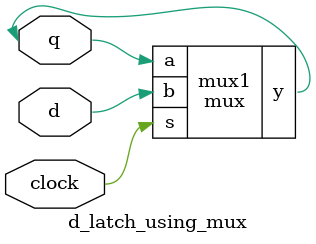
<source format=v>
`timescale 1ns / 1ps
module mux(a,b,s,y);
input a,b,s;
output reg  y;
always @(a or b or s)
begin
 y= (~s&a) | (s&b);
end
endmodule


module d_latch_using_mux(d,clock,q);
input d,clock;
inout q;

mux mux1(.a(q),.b(d),.s(clock),.y(q));

endmodule
</source>
